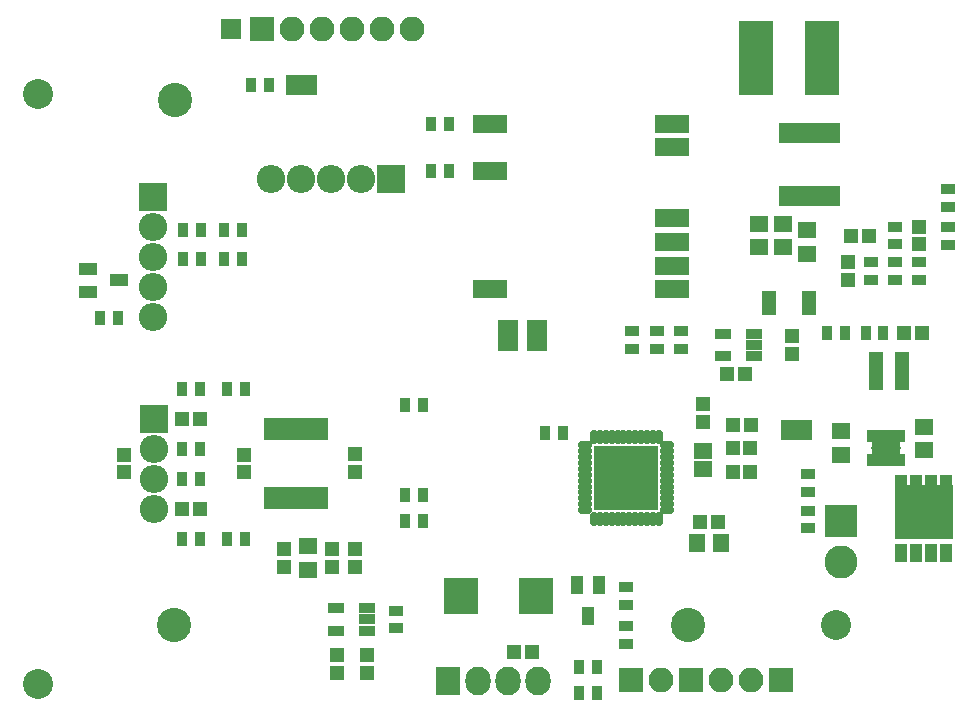
<source format=gts>
G04 #@! TF.FileFunction,Soldermask,Top*
%FSLAX46Y46*%
G04 Gerber Fmt 4.6, Leading zero omitted, Abs format (unit mm)*
G04 Created by KiCad (PCBNEW 4.0.7) date 2018 November 22, Thursday 00:19:32*
%MOMM*%
%LPD*%
G01*
G04 APERTURE LIST*
%ADD10C,0.050000*%
%ADD11C,2.540000*%
%ADD12C,2.900000*%
%ADD13R,1.150000X1.200000*%
%ADD14R,1.200000X1.150000*%
%ADD15C,2.800000*%
%ADD16R,2.800000X2.800000*%
%ADD17R,1.289000X1.289000*%
%ADD18R,2.100000X2.100000*%
%ADD19O,2.100000X2.100000*%
%ADD20R,1.300000X0.900000*%
%ADD21R,0.900000X1.300000*%
%ADD22O,0.680000X1.250000*%
%ADD23O,1.250000X0.680000*%
%ADD24R,5.500000X5.500000*%
%ADD25R,0.850000X1.900000*%
%ADD26R,1.649680X1.398220*%
%ADD27R,2.850000X6.300000*%
%ADD28R,1.200000X3.300000*%
%ADD29R,0.781000X1.797000*%
%ADD30O,2.398980X2.398980*%
%ADD31R,2.398980X2.398980*%
%ADD32R,2.900000X1.500000*%
%ADD33R,1.670000X1.365200*%
%ADD34R,1.100000X1.600000*%
%ADD35R,4.900000X4.690000*%
%ADD36R,1.950000X2.000000*%
%ADD37R,1.950000X1.600000*%
%ADD38R,2.400000X1.300000*%
%ADD39R,0.650000X1.000000*%
%ADD40C,1.004800*%
%ADD41C,1.009600*%
%ADD42R,1.050000X1.620000*%
%ADD43R,1.620000X1.050000*%
%ADD44R,1.650000X1.400000*%
%ADD45R,1.400000X1.650000*%
%ADD46R,2.950000X3.100000*%
%ADD47R,2.127200X2.432000*%
%ADD48O,2.127200X2.432000*%
%ADD49R,1.750000X1.750000*%
%ADD50R,1.400000X0.950000*%
%ADD51R,1.365200X1.670000*%
%ADD52R,1.300000X2.100000*%
G04 APERTURE END LIST*
D10*
D11*
X73960000Y7505000D03*
X6460000Y52505000D03*
D12*
X17940000Y7500000D03*
X61500000Y7500000D03*
D13*
X62750000Y24750000D03*
X62750000Y26250000D03*
D14*
X65250000Y22500000D03*
X66750000Y22500000D03*
X65250000Y20500000D03*
X66750000Y20500000D03*
X64000000Y16205000D03*
X62500000Y16205000D03*
X46750000Y5250000D03*
X48250000Y5250000D03*
X79750000Y32250000D03*
X81250000Y32250000D03*
D13*
X13690000Y21940000D03*
X13690000Y20440000D03*
D14*
X18655000Y25000000D03*
X20155000Y25000000D03*
X18655000Y17380000D03*
X20155000Y17380000D03*
D13*
X23850000Y20440000D03*
X23850000Y21940000D03*
X33250000Y20500000D03*
X33250000Y22000000D03*
X33295000Y13940000D03*
X33295000Y12440000D03*
X31295000Y12440000D03*
X31295000Y13940000D03*
X27295000Y12440000D03*
X27295000Y13940000D03*
D15*
X74440000Y12855000D03*
D16*
X74440000Y16355000D03*
D17*
X65250000Y24500000D03*
X66774000Y24500000D03*
D18*
X69350000Y2830000D03*
D19*
X66810000Y2830000D03*
D18*
X56650000Y2830000D03*
D19*
X59190000Y2830000D03*
D20*
X71640000Y18805000D03*
X71640000Y20305000D03*
X71640000Y15705000D03*
X71640000Y17205000D03*
X81000000Y38250000D03*
X81000000Y36750000D03*
X79000000Y41250000D03*
X79000000Y39750000D03*
X79000000Y36750000D03*
X79000000Y38250000D03*
X56240000Y5955000D03*
X56240000Y7455000D03*
X83490000Y42905000D03*
X83490000Y44405000D03*
X83490000Y41205000D03*
X83490000Y39705000D03*
D21*
X73250000Y32250000D03*
X74750000Y32250000D03*
X76500000Y32250000D03*
X78000000Y32250000D03*
X39690000Y49955000D03*
X41190000Y49955000D03*
X20155000Y19920000D03*
X18655000Y19920000D03*
X20155000Y22460000D03*
X18655000Y22460000D03*
X20155000Y27540000D03*
X18655000Y27540000D03*
X20155000Y14840000D03*
X18655000Y14840000D03*
X23965000Y14840000D03*
X22465000Y14840000D03*
X23965000Y27540000D03*
X22465000Y27540000D03*
X39045000Y26190000D03*
X37545000Y26190000D03*
X39045000Y18510000D03*
X37545000Y18510000D03*
X39045000Y16310000D03*
X37545000Y16310000D03*
X13200000Y33500000D03*
X11700000Y33500000D03*
X20200000Y41000000D03*
X18700000Y41000000D03*
X18700000Y38500000D03*
X20200000Y38500000D03*
X23700000Y41000000D03*
X22200000Y41000000D03*
X22200000Y38500000D03*
X23700000Y38500000D03*
D22*
X59000000Y23475000D03*
X58500000Y23475000D03*
X58000000Y23475000D03*
X57500000Y23475000D03*
X57000000Y23475000D03*
X56500000Y23475000D03*
X56000000Y23475000D03*
X55500000Y23475000D03*
X55000000Y23475000D03*
X54500000Y23475000D03*
X54000000Y23475000D03*
X53500000Y23475000D03*
D23*
X52775000Y22750000D03*
X52775000Y22250000D03*
X52775000Y21750000D03*
X52775000Y21250000D03*
X52775000Y20750000D03*
X52775000Y20250000D03*
X52775000Y19750000D03*
X52775000Y19250000D03*
X52775000Y18750000D03*
X52775000Y18250000D03*
X52775000Y17750000D03*
X52775000Y17250000D03*
D22*
X53500000Y16525000D03*
X54000000Y16525000D03*
X54500000Y16525000D03*
X55000000Y16525000D03*
X55500000Y16525000D03*
X56000000Y16525000D03*
X56500000Y16525000D03*
X57000000Y16525000D03*
X57500000Y16525000D03*
X58000000Y16525000D03*
X58500000Y16525000D03*
X59000000Y16525000D03*
D23*
X59725000Y17250000D03*
X59725000Y17750000D03*
X59725000Y18250000D03*
X59725000Y18750000D03*
X59725000Y19250000D03*
X59725000Y19750000D03*
X59725000Y20250000D03*
X59725000Y20750000D03*
X59725000Y21250000D03*
X59725000Y21750000D03*
X59725000Y22250000D03*
X59725000Y22750000D03*
D24*
X56250000Y20000000D03*
D25*
X30570000Y24140000D03*
X29920000Y24140000D03*
X29270000Y24140000D03*
X28620000Y24140000D03*
X27970000Y24140000D03*
X27320000Y24140000D03*
X26670000Y24140000D03*
X26020000Y24140000D03*
X26020000Y18240000D03*
X26670000Y18240000D03*
X27320000Y18240000D03*
X27970000Y18240000D03*
X28620000Y18240000D03*
X29270000Y18240000D03*
X29920000Y18240000D03*
X30570000Y18240000D03*
D26*
X62750000Y22249300D03*
X62750000Y20750700D03*
D18*
X61730000Y2830000D03*
D19*
X64270000Y2830000D03*
D12*
X18000000Y52000000D03*
D13*
X75000000Y36750000D03*
X75000000Y38250000D03*
D14*
X76750000Y40500000D03*
X75250000Y40500000D03*
D13*
X81000000Y39750000D03*
X81000000Y41250000D03*
D27*
X72775000Y55500000D03*
X67225000Y55500000D03*
D28*
X79600000Y29000000D03*
X77400000Y29000000D03*
D20*
X77000000Y36750000D03*
X77000000Y38250000D03*
D29*
X73972500Y49167000D03*
X73337500Y49167000D03*
X72702500Y49167000D03*
X72067500Y49167000D03*
X71432500Y49167000D03*
X70797500Y49167000D03*
X70162500Y49167000D03*
X69527500Y49167000D03*
X69527500Y43833000D03*
X70162500Y43833000D03*
X70797500Y43833000D03*
X71432500Y43833000D03*
X72067500Y43833000D03*
X72702500Y43833000D03*
X73337500Y43833000D03*
X73972500Y43833000D03*
D30*
X28710000Y45260000D03*
D31*
X36330000Y45260000D03*
D30*
X33790000Y45260000D03*
X31250000Y45260000D03*
X26170000Y45260000D03*
X16230000Y17380000D03*
D31*
X16230000Y25000000D03*
D30*
X16230000Y22460000D03*
X16230000Y19920000D03*
X16190000Y36180000D03*
D31*
X16190000Y43800000D03*
D30*
X16190000Y41260000D03*
X16190000Y38720000D03*
X16190000Y33640000D03*
D18*
X25360000Y58000000D03*
D19*
X27900000Y58000000D03*
X30440000Y58000000D03*
X32980000Y58000000D03*
X35520000Y58000000D03*
X38060000Y58000000D03*
D21*
X41190000Y45955000D03*
X39690000Y45955000D03*
D20*
X60840000Y30905000D03*
X60840000Y32405000D03*
X56740000Y30895000D03*
X56740000Y32395000D03*
X58835000Y30895000D03*
X58835000Y32395000D03*
D32*
X44740000Y49955000D03*
X44740000Y45955000D03*
X44740000Y35955000D03*
X60140000Y35955000D03*
X60140000Y37955000D03*
X60140000Y39955000D03*
X60140000Y41955000D03*
X60140000Y47955000D03*
X60140000Y49955000D03*
D33*
X48690000Y31435000D03*
X48690000Y32705000D03*
D34*
X79530000Y13655000D03*
X80800000Y13655000D03*
X82080000Y13655000D03*
X83350000Y13655000D03*
X83350000Y19455000D03*
X82080000Y19455000D03*
X80800000Y19455000D03*
X79530000Y19455000D03*
D35*
X81440000Y17055000D03*
D36*
X80350000Y17805000D03*
X82530000Y17805000D03*
D37*
X80350000Y15805000D03*
X82530000Y15805000D03*
D38*
X78250000Y22500000D03*
D39*
X78500000Y23500000D03*
D40*
X79000000Y22500000D03*
D41*
X77500000Y22500000D03*
D39*
X79500000Y23500000D03*
X79000000Y23500000D03*
X78000000Y23500000D03*
X77500000Y23500000D03*
X77000000Y23500000D03*
X77000000Y21500000D03*
X77500000Y21500000D03*
X78000000Y21500000D03*
X78500000Y21500000D03*
X79000000Y21500000D03*
X79500000Y21500000D03*
D11*
X6460000Y2505000D03*
D42*
X53950000Y10870000D03*
X52050000Y10870000D03*
X53000000Y8250000D03*
D43*
X10635000Y37660000D03*
X10635000Y35760000D03*
X13255000Y36710000D03*
D44*
X81440000Y24305000D03*
X81440000Y22305000D03*
X71500000Y40955000D03*
X71500000Y38955000D03*
X74440000Y23955000D03*
X74440000Y21955000D03*
X67500000Y41500000D03*
X67500000Y39500000D03*
X69500000Y41500000D03*
X69500000Y39500000D03*
D45*
X64250000Y14455000D03*
X62250000Y14455000D03*
D46*
X48560000Y10005000D03*
X42210000Y10005000D03*
D44*
X29295000Y12190000D03*
X29295000Y14190000D03*
D21*
X50860000Y23805000D03*
X49360000Y23805000D03*
D20*
X56250000Y10750000D03*
X56250000Y9250000D03*
D47*
X41170000Y2750000D03*
D48*
X43710000Y2750000D03*
X46250000Y2750000D03*
X48790000Y2750000D03*
D49*
X22750000Y58000000D03*
D21*
X53750000Y1750000D03*
X52250000Y1750000D03*
X53750000Y4000000D03*
X52250000Y4000000D03*
D13*
X34250000Y5000000D03*
X34250000Y3500000D03*
X31750000Y5000000D03*
X31750000Y3500000D03*
D20*
X36750000Y7250000D03*
X36750000Y8750000D03*
D50*
X34300000Y7050000D03*
X34300000Y8000000D03*
X34300000Y8950000D03*
X31700000Y8950000D03*
X31700000Y7050000D03*
D51*
X29385000Y53250000D03*
X28115000Y53250000D03*
D21*
X26000000Y53250000D03*
X24500000Y53250000D03*
D14*
X64750000Y28750000D03*
X66250000Y28750000D03*
D50*
X67050000Y30300000D03*
X67050000Y31250000D03*
X67050000Y32200000D03*
X64450000Y32200000D03*
X64450000Y30300000D03*
D13*
X70250000Y32000000D03*
X70250000Y30500000D03*
D51*
X71270000Y24000000D03*
X70000000Y24000000D03*
D52*
X71700000Y34750000D03*
X68300000Y34750000D03*
D33*
X46250000Y31365000D03*
X46250000Y32635000D03*
M02*

</source>
